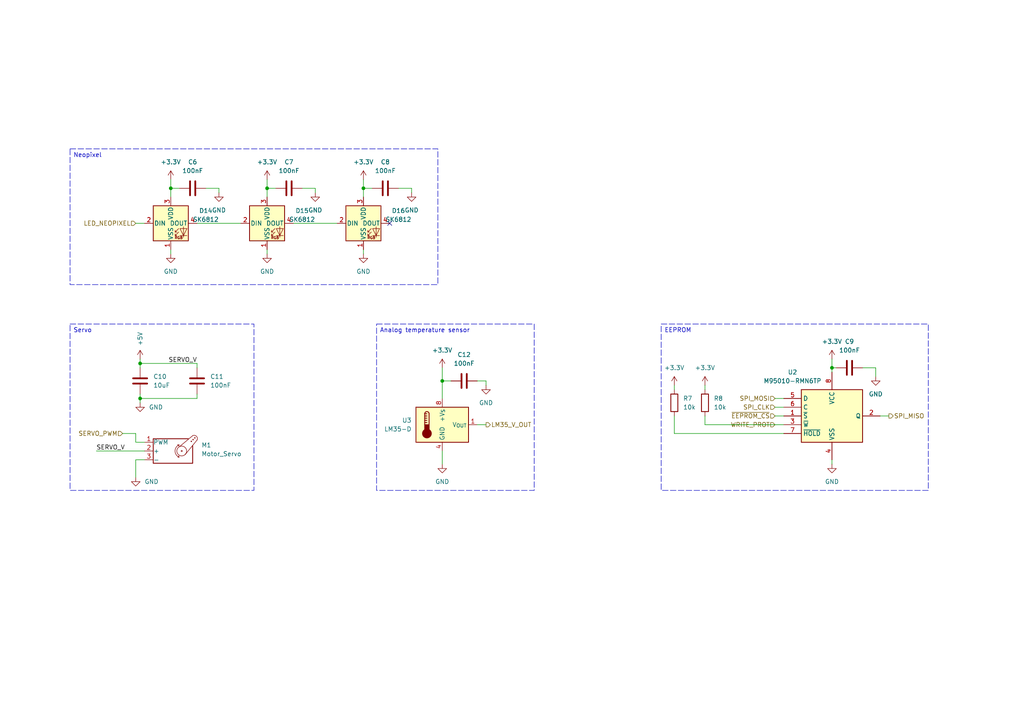
<source format=kicad_sch>
(kicad_sch (version 20231120) (generator "eeschema") (generator_version "8.0")
  (paper "A4")
  (title_block (title "Sensors & actuators") (date "2024-05-05") (rev "V2.0") (company "HAN") (comment 1 "Authors: Thomas Ijseldijk, Hugo Arends & Emiel Visser"))
  (lib_symbols
    (symbol "Device:C" (pin_numbers hide) (pin_names (offset 0.254))
      (property "Reference" "C" (at 0.635 2.54 0))
      (property "Value" "C" (at 0.635 -2.54 0))
      (symbol "C_0_1"
        (polyline (pts (xy -2.032 -0.762) (xy 2.032 -0.762)) (stroke (width 0.508)))
        (polyline (pts (xy -2.032 0.762) (xy 2.032 0.762)) (stroke (width 0.508)))
      )
      (symbol "C_1_1"
        (pin passive line (at 0 3.81 270) (length 2.794) (name "~") (number "1"))
        (pin passive line (at 0 -3.81 90) (length 2.794) (name "~") (number "2"))
      )
    )
    (symbol "Device:R" (pin_numbers hide) (pin_names (offset 0))
      (property "Reference" "R" (at 2.032 0 90))
      (property "Value" "R" (at 0 0 90))
      (symbol "R_0_1"
        (rectangle (start -1.016 -2.54) (end 1.016 2.54) (stroke (width 0.254)))
      )
      (symbol "R_1_1"
        (pin passive line (at 0 3.81 270) (length 1.27) (name "~") (number "1"))
        (pin passive line (at 0 -3.81 90) (length 1.27) (name "~") (number "2"))
      )
    )
    (symbol "LED:SK6812" (pin_names (offset 0.254))
      (property "Reference" "D" (at 5.08 5.715 0))
      (property "Value" "SK6812" (at 1.27 -5.715 0))
      (symbol "SK6812_0_0"
        (text "RGB" (at 2.286 -4.191 0) (effects (font (size 0.762 0.762))))
      )
      (symbol "SK6812_0_1"
        (polyline (pts (xy 1.27 -3.556) (xy 1.778 -3.556)))
        (polyline (pts (xy 1.27 -2.54) (xy 1.778 -2.54)))
        (polyline (pts (xy 4.699 -3.556) (xy 2.667 -3.556)))
        (polyline (pts (xy 2.286 -2.54) (xy 1.27 -3.556) (xy 1.27 -3.048)))
        (polyline (pts (xy 2.286 -1.524) (xy 1.27 -2.54) (xy 1.27 -2.032)))
        (polyline (pts (xy 3.683 -1.016) (xy 3.683 -3.556) (xy 3.683 -4.064)))
        (polyline (pts (xy 4.699 -1.524) (xy 2.667 -1.524) (xy 3.683 -3.556) (xy 4.699 -1.524)))
        (rectangle (start 5.08 5.08) (end -5.08 -5.08) (stroke (width 0.254)) (fill (type background)))
      )
      (symbol "SK6812_1_1"
        (pin power_in line (at 0 -7.62 90) (length 2.54) (name "VSS") (number "1"))
        (pin input line (at -7.62 0 0) (length 2.54) (name "DIN") (number "2"))
        (pin power_in line (at 0 7.62 270) (length 2.54) (name "VDD") (number "3"))
        (pin output line (at 7.62 0 180) (length 2.54) (name "DOUT") (number "4"))
      )
    )
    (symbol "Motor:Motor_Servo" (pin_names (offset 0.0254))
      (property "Reference" "M" (at -5.08 4.445 0))
      (property "Value" "Motor_Servo" (at -5.08 -4.064 0))
      (symbol "Motor_Servo_0_1"
        (polyline (pts (xy 2.413 -1.778) (xy 2.032 -1.778)))
        (polyline (pts (xy 2.413 -1.778) (xy 2.286 -1.397)))
        (polyline (pts (xy 2.413 1.778) (xy 1.905 1.778)))
        (polyline (pts (xy 2.413 1.778) (xy 2.286 1.397)))
        (polyline (pts (xy 6.35 4.445) (xy 2.54 1.27)))
        (polyline (pts (xy 7.62 3.175) (xy 4.191 -1.016)))
        (polyline (pts (xy 5.08 3.556) (xy -5.08 3.556) (xy -5.08 -3.556) (xy 6.35 -3.556) (xy 6.35 1.524)) (stroke (width 0.254)))
        (arc (start 2.413 1.778) (mid 1.2406 0) (end 2.413 -1.778))
        (circle (center 3.175 0) (radius 0.1778))
        (circle (center 3.175 0) (radius 1.4224))
        (circle (center 5.969 2.794) (radius 0.127))
        (circle (center 6.477 3.302) (radius 0.127))
        (circle (center 6.985 3.81) (radius 0.127))
        (arc (start 7.62 3.175) (mid 7.4485 4.2735) (end 6.35 4.445))
      )
      (symbol "Motor_Servo_1_1"
        (pin passive line (at -7.62 2.54 0) (length 2.54) (name "PWM") (number "1"))
        (pin passive line (at -7.62 0 0) (length 2.54) (name "+") (number "2"))
        (pin passive line (at -7.62 -2.54 0) (length 2.54) (name "-") (number "3"))
      )
    )
    (symbol "SamacSys:M95010-RMN6TP"
      (property "Reference" "U" (at 24.13 9.398 0))
      (property "Value" "M95010-RMN6TP" (at 24.13 7.112 0))
      (symbol "M95010-RMN6TP_1_1"
        (rectangle (start 5.08 5.08) (end 22.86 -10.16) (stroke (width 0.254)) (fill (type background)))
        (pin passive line (at 0 -2.54 0) (length 5.08) (name "~{S}") (number "1"))
        (pin passive line (at 27.94 -2.54 180) (length 5.08) (name "Q") (number "2"))
        (pin passive line (at 0 -5.08 0) (length 5.08) (name "~{W}") (number "3"))
        (pin passive line (at 13.97 -15.24 90) (length 5.08) (name "VSS") (number "4"))
        (pin passive line (at 0 2.54 0) (length 5.08) (name "D") (number "5"))
        (pin passive line (at 0 0 0) (length 5.08) (name "C") (number "6"))
        (pin passive line (at 0 -7.62 0) (length 5.08) (name "~{HOLD}") (number "7"))
        (pin passive line (at 13.97 10.16 270) (length 5.08) (name "VCC") (number "8"))
      )
    )
    (symbol "Sensor_Temperature:LM35-D"
      (property "Reference" "U" (at -6.35 6.35 0))
      (property "Value" "LM35-D" (at 1.27 6.35 0))
      (symbol "LM35-D_0_1"
        (rectangle (start -7.62 5.08) (end 7.62 -5.08) (stroke (width 0.254)) (fill (type background)))
        (circle (center -4.445 -2.54) (radius 1.27) (stroke (width 0.254)) (fill (type outline)))
        (rectangle (start -3.81 -1.905) (end -5.08 0) (stroke (width 0.254)) (fill (type outline)))
        (arc (start -3.81 3.175) (mid -4.445 3.8073) (end -5.08 3.175) (stroke (width 0.254)))
        (polyline (pts (xy -5.08 0.635) (xy -4.445 0.635)) (stroke (width 0.254)))
        (polyline (pts (xy -5.08 1.27) (xy -4.445 1.27)) (stroke (width 0.254)))
        (polyline (pts (xy -5.08 1.905) (xy -4.445 1.905)) (stroke (width 0.254)))
        (polyline (pts (xy -5.08 2.54) (xy -4.445 2.54)) (stroke (width 0.254)))
        (polyline (pts (xy -5.08 3.175) (xy -5.08 0)) (stroke (width 0.254)))
        (polyline (pts (xy -5.08 3.175) (xy -4.445 3.175)) (stroke (width 0.254)))
        (polyline (pts (xy -3.81 3.175) (xy -3.81 0)) (stroke (width 0.254)))
      )
      (symbol "LM35-D_1_1"
        (pin output line (at 10.16 0 180) (length 2.54) (name "V_{OUT}") (number "1"))
        (pin no_connect line (at -2.54 -5.08 90) (length 2.54) hide (name "NC") (number "2"))
        (pin no_connect line (at -2.54 5.08 270) (length 2.54) hide (name "NC") (number "3"))
        (pin power_in line (at 0 -7.62 90) (length 2.54) (name "GND") (number "4"))
        (pin no_connect line (at 2.54 -5.08 90) (length 2.54) hide (name "NC") (number "5"))
        (pin no_connect line (at 5.08 -5.08 90) (length 2.54) hide (name "NC") (number "6"))
        (pin no_connect line (at 7.62 2.54 180) (length 2.54) hide (name "NC") (number "7"))
        (pin power_in line (at 0 7.62 270) (length 2.54) (name "+V_{S}") (number "8"))
      )
    )
    (symbol "power:+3.3V" (power) (pin_names (offset 0))
      (property "Value" "+3.3V" (at 0 3.556 0))
      (symbol "+3.3V_0_1"
        (polyline (pts (xy -0.762 1.27) (xy 0 2.54)))
        (polyline (pts (xy 0 0) (xy 0 2.54)))
        (polyline (pts (xy 0 2.54) (xy 0.762 1.27)))
      )
      (symbol "+3.3V_1_1"
        (pin power_in line (at 0 0 90) (length 0) hide (name "+3.3V") (number "1"))
      )
    )
    (symbol "power:+5V" (power) (pin_names (offset 0))
      (property "Value" "+5V" (at 0 3.556 0))
      (symbol "+5V_0_1"
        (polyline (pts (xy -0.762 1.27) (xy 0 2.54)))
        (polyline (pts (xy 0 0) (xy 0 2.54)))
        (polyline (pts (xy 0 2.54) (xy 0.762 1.27)))
      )
      (symbol "+5V_1_1"
        (pin power_in line (at 0 0 90) (length 0) hide (name "+5V") (number "1"))
      )
    )
    (symbol "power:GND" (power) (pin_names (offset 0))
      (property "Value" "GND" (at 0 -3.81 0))
      (symbol "GND_0_1"
        (polyline (pts (xy 0 0) (xy 0 -1.27) (xy 1.27 -1.27) (xy 0 -2.54) (xy -1.27 -1.27) (xy 0 -1.27)))
      )
      (symbol "GND_1_1"
        (pin power_in line (at 0 0 270) (length 0) hide (name "GND") (number "1"))
      )
    )
  )
  (junction (at 105.41 54.61))
  (junction (at 128.27 110.49))
  (junction (at 49.53 54.61))
  (junction (at 40.64 115.57))
  (junction (at 40.64 105.41))
  (junction (at 241.3 106.68))
  (junction (at 77.47 54.61))
  (no_connect (at 113.03 64.77))
  (wire (pts (xy 107.95 54.61) (xy 105.41 54.61)))
  (wire (pts (xy 27.94 130.81) (xy 41.91 130.81)))
  (wire (pts (xy 224.79 118.11) (xy 227.33 118.11)))
  (wire (pts (xy 91.44 55.88) (xy 91.44 54.61)))
  (wire (pts (xy 204.47 123.19) (xy 204.47 120.65)))
  (wire (pts (xy 52.07 54.61) (xy 49.53 54.61)))
  (wire (pts (xy 57.15 105.41) (xy 40.64 105.41)))
  (wire (pts (xy 80.01 54.61) (xy 77.47 54.61)))
  (wire (pts (xy 40.64 115.57) (xy 57.15 115.57)))
  (wire (pts (xy 195.58 125.73) (xy 195.58 120.65)))
  (wire (pts (xy 85.09 64.77) (xy 97.79 64.77)))
  (wire (pts (xy 35.56 125.73) (xy 39.37 125.73)))
  (wire (pts (xy 40.64 115.57) (xy 40.64 116.84)))
  (wire (pts (xy 105.41 54.61) (xy 105.41 57.15)))
  (wire (pts (xy 40.64 114.3) (xy 40.64 115.57)))
  (wire (pts (xy 57.15 64.77) (xy 69.85 64.77)))
  (wire (pts (xy 241.3 106.68) (xy 241.3 107.95)))
  (wire (pts (xy 128.27 130.81) (xy 128.27 134.62)))
  (wire (pts (xy 255.27 120.65) (xy 257.81 120.65)))
  (wire (pts (xy 105.41 52.07) (xy 105.41 54.61)))
  (wire (pts (xy 49.53 72.39) (xy 49.53 73.66)))
  (wire (pts (xy 241.3 133.35) (xy 241.3 134.62)))
  (wire (pts (xy 105.41 72.39) (xy 105.41 73.66)))
  (wire (pts (xy 49.53 52.07) (xy 49.53 54.61)))
  (wire (pts (xy 39.37 128.27) (xy 41.91 128.27)))
  (wire (pts (xy 119.38 54.61) (xy 115.57 54.61)))
  (wire (pts (xy 40.64 104.14) (xy 40.64 105.41)))
  (wire (pts (xy 39.37 128.27) (xy 39.37 125.73)))
  (wire (pts (xy 130.81 110.49) (xy 128.27 110.49)))
  (wire (pts (xy 140.97 110.49) (xy 138.43 110.49)))
  (wire (pts (xy 57.15 106.68) (xy 57.15 105.41)))
  (wire (pts (xy 119.38 55.88) (xy 119.38 54.61)))
  (wire (pts (xy 40.64 105.41) (xy 40.64 106.68)))
  (wire (pts (xy 195.58 111.76) (xy 195.58 113.03)))
  (wire (pts (xy 128.27 106.68) (xy 128.27 110.49)))
  (wire (pts (xy 224.79 115.57) (xy 227.33 115.57)))
  (wire (pts (xy 195.58 125.73) (xy 227.33 125.73)))
  (wire (pts (xy 204.47 111.76) (xy 204.47 113.03)))
  (wire (pts (xy 77.47 54.61) (xy 77.47 57.15)))
  (wire (pts (xy 57.15 114.3) (xy 57.15 115.57)))
  (wire (pts (xy 140.97 111.76) (xy 140.97 110.49)))
  (wire (pts (xy 204.47 123.19) (xy 227.33 123.19)))
  (wire (pts (xy 63.5 55.88) (xy 63.5 54.61)))
  (wire (pts (xy 224.79 120.65) (xy 227.33 120.65)))
  (wire (pts (xy 39.37 64.77) (xy 41.91 64.77)))
  (wire (pts (xy 39.37 138.43) (xy 39.37 133.35)))
  (wire (pts (xy 77.47 72.39) (xy 77.47 73.66)))
  (wire (pts (xy 254 106.68) (xy 250.19 106.68)))
  (wire (pts (xy 39.37 133.35) (xy 41.91 133.35)))
  (wire (pts (xy 138.43 123.19) (xy 140.97 123.19)))
  (wire (pts (xy 91.44 54.61) (xy 87.63 54.61)))
  (wire (pts (xy 241.3 104.14) (xy 241.3 106.68)))
  (wire (pts (xy 128.27 110.49) (xy 128.27 115.57)))
  (wire (pts (xy 254 109.22) (xy 254 106.68)))
  (wire (pts (xy 242.57 106.68) (xy 241.3 106.68)))
  (wire (pts (xy 63.5 54.61) (xy 59.69 54.61)))
  (wire (pts (xy 49.53 54.61) (xy 49.53 57.15)))
  (wire (pts (xy 77.47 52.07) (xy 77.47 54.61)))
  (text_box "Servo" (at 20.32 93.98 0) (size 53.34 48.26) (stroke (width 0) (type dash)) (effects (font (size 1.27 1.27)) (justify left top)))
  (text_box "Neopixel" (at 20.32 43.18 0) (size 106.68 39.37) (stroke (width 0) (type dash)) (effects (font (size 1.27 1.27)) (justify left top)))
  (text_box "Analog temperature sensor" (at 109.22 93.98 0) (size 45.72 48.26) (stroke (width 0) (type dash)) (effects (font (size 1.27 1.27)) (justify left top)))
  (text_box "EEPROM" (at 191.77 93.98 0) (size 77.47 48.26) (stroke (width 0) (type dash)) (effects (font (size 1.27 1.27)) (justify left top)))
  (label "SERVO_V" (at 57.15 105.41 180))
  (label "SERVO_V" (at 27.94 130.81 0))
  (hierarchical_label "SPI_MISO" (shape output) (at 257.81 120.65 0))
  (hierarchical_label "LED_NEOPIXEL" (shape input) (at 39.37 64.77 180))
  (hierarchical_label "LM35_V_OUT" (shape output) (at 140.97 123.19 0))
  (hierarchical_label "WRITE_PROT" (shape input) (at 224.79 123.19 180))
  (hierarchical_label "SPI_MOSI" (shape input) (at 224.79 115.57 180))
  (hierarchical_label "~{EEPROM_CS}" (shape input) (at 224.79 120.65 180))
  (hierarchical_label "SPI_CLK" (shape input) (at 224.79 118.11 180))
  (hierarchical_label "SERVO_PWM" (shape input) (at 35.56 125.73 180))
  (symbol (lib_id "Device:C") (at 134.62 110.49 90) (unit 1)
    (property "Reference" "C12" (at 134.62 102.87 90))
    (property "Value" "100nF" (at 134.62 105.41 90))
    (property "Footprint" "Capacitor_SMD:C_0805_2012Metric_Pad1.18x1.45mm_HandSolder" (effects (hide yes)))
    (property "GPN" "GPC0603104" (effects (hide yes)))
  )
  (symbol (lib_id "power:+3.3V") (at 128.27 106.68 0) (unit 1)
    (property "Reference" "#PWR044" (effects (hide yes)))
    (property "Value" "+3.3V" (at 128.27 101.6 0))
  )
  (symbol (lib_id "LED:SK6812") (at 105.41 64.77 0) (unit 1)
    (property "Reference" "D16" (at 115.57 61.1221 0))
    (property "Value" "SK6812" (at 115.57 63.6621 0))
    (property "Footprint" "LED_SMD:LED_SK6812_PLCC4_5.0x5.0mm_P3.2mm" (effects (hide yes)))
    (property "Datasheet" "https://cdn-shop.adafruit.com/product-files/1138/SK6812+LED+datasheet+.pdf" (effects (hide yes)))
  )
  (symbol (lib_id "Device:C") (at 40.64 110.49 180) (unit 1)
    (property "Reference" "C10" (at 44.45 109.22 0) (effects (justify right)))
    (property "Value" "10uF" (at 44.45 111.76 0) (effects (justify right)))
    (property "Footprint" "Capacitor_SMD:C_0805_2012Metric_Pad1.18x1.45mm_HandSolder" (effects (hide yes)))
    (property "GPN" "GPC0603106" (effects (hide yes)))
  )
  (symbol (lib_id "power:GND") (at 105.41 73.66 0) (unit 1)
    (property "Reference" "#PWR041" (effects (hide yes)))
    (property "Value" "GND" (at 105.41 78.74 0))
  )
  (symbol (lib_id "power:+3.3V") (at 105.41 52.07 0) (unit 1)
    (property "Reference" "#PWR035" (effects (hide yes)))
    (property "Value" "+3.3V" (at 105.41 46.99 0))
  )
  (symbol (lib_id "Device:R") (at 195.58 116.84 0) (mirror y) (unit 1)
    (property "Reference" "R7" (at 198.12 115.57 0) (effects (justify right)))
    (property "Value" "10k" (at 198.12 118.11 0) (effects (justify right)))
    (property "Footprint" "Resistor_SMD:R_0805_2012Metric_Pad1.20x1.40mm_HandSolder" (effects (hide yes)))
    (property "GPN" "GPR060310K" (effects (hide yes)))
  )
  (symbol (lib_id "power:+3.3V") (at 204.47 111.76 0) (unit 1)
    (property "Reference" "#PWR047" (effects (hide yes)))
    (property "Value" "+3.3V" (at 204.47 106.68 0))
  )
  (symbol (lib_id "Device:C") (at 246.38 106.68 90) (unit 1)
    (property "Reference" "C9" (at 246.38 99.06 90))
    (property "Value" "100nF" (at 246.38 101.6 90))
    (property "Footprint" "Capacitor_SMD:C_0805_2012Metric_Pad1.18x1.45mm_HandSolder" (effects (hide yes)))
    (property "GPN" "GPC0603104" (effects (hide yes)))
  )
  (symbol (lib_id "power:+3.3V") (at 77.47 52.07 0) (unit 1)
    (property "Reference" "#PWR034" (effects (hide yes)))
    (property "Value" "+3.3V" (at 77.47 46.99 0))
  )
  (symbol (lib_id "power:+3.3V") (at 241.3 104.14 0) (unit 1)
    (property "Reference" "#PWR043" (effects (hide yes)))
    (property "Value" "+3.3V" (at 241.3 99.06 0))
  )
  (symbol (lib_id "power:GND") (at 63.5 55.88 0) (unit 1)
    (property "Reference" "#PWR036" (effects (hide yes)))
    (property "Value" "GND" (at 63.5 60.96 0))
  )
  (symbol (lib_id "LED:SK6812") (at 49.53 64.77 0) (unit 1)
    (property "Reference" "D14" (at 59.69 61.1221 0))
    (property "Value" "SK6812" (at 59.69 63.6621 0))
    (property "Footprint" "LED_SMD:LED_SK6812_PLCC4_5.0x5.0mm_P3.2mm" (effects (hide yes)))
    (property "Datasheet" "https://cdn-shop.adafruit.com/product-files/1138/SK6812+LED+datasheet+.pdf" (effects (hide yes)))
  )
  (symbol (lib_id "SamacSys:M95010-RMN6TP") (at 227.33 118.11 0) (unit 1)
    (property "Reference" "U2" (at 229.87 107.95 0))
    (property "Value" "M95010-RMN6TP" (at 229.87 110.49 0))
    (property "Footprint" "SamacSys:SOIC127P600X175-8N" (effects (hide yes)))
    (property "Datasheet" "https://www.arrow.com/en/products/m95010-rmn6tp/stmicroelectronics" (effects (hide yes)))
    (property "Description" "EEPROM Serial SPI Bus EEPROM" (effects (hide yes)))
    (property "Height" "1.75" (effects (hide yes)))
    (property "Manufacturer_Name" "STMicroelectronics" (effects (hide yes)))
    (property "Manufacturer_Part_Number" "M95010-RMN6TP" (effects (hide yes)))
    (property "Mouser Part Number" "511-M95010-RMN6TP" (effects (hide yes)))
    (property "Mouser Price/Stock" "https://www.mouser.co.uk/ProductDetail/STMicroelectronics/M95010-RMN6TP?qs=6hSH1YZbOIgK0xa%252BHaDUCw%3D%3D" (effects (hide yes)))
    (property "Arrow Part Number" "M95010-RMN6TP" (effects (hide yes)))
    (property "Arrow Price/Stock" "https://www.arrow.com/en/products/m95010-rmn6tp/stmicroelectronics?region=nac" (effects (hide yes)))
  )
  (symbol (lib_id "power:GND") (at 49.53 73.66 0) (unit 1)
    (property "Reference" "#PWR039" (effects (hide yes)))
    (property "Value" "GND" (at 49.53 78.74 0))
  )
  (symbol (lib_id "Device:C") (at 111.76 54.61 90) (unit 1)
    (property "Reference" "C8" (at 111.76 46.99 90))
    (property "Value" "100nF" (at 111.76 49.53 90))
    (property "Footprint" "Capacitor_SMD:C_0805_2012Metric_Pad1.18x1.45mm_HandSolder" (effects (hide yes)))
    (property "GPN" "GPC0603104" (effects (hide yes)))
  )
  (symbol (lib_id "power:GND") (at 140.97 111.76 0) (unit 1)
    (property "Reference" "#PWR048" (effects (hide yes)))
    (property "Value" "GND" (at 140.97 116.84 0))
  )
  (symbol (lib_id "Device:C") (at 83.82 54.61 90) (unit 1)
    (property "Reference" "C7" (at 83.82 46.99 90))
    (property "Value" "100nF" (at 83.82 49.53 90))
    (property "Footprint" "Capacitor_SMD:C_0805_2012Metric_Pad1.18x1.45mm_HandSolder" (effects (hide yes)))
    (property "GPN" "GPC0603104" (effects (hide yes)))
  )
  (symbol (lib_id "Device:C") (at 57.15 110.49 180) (unit 1)
    (property "Reference" "C11" (at 60.96 109.22 0) (effects (justify right)))
    (property "Value" "100nF" (at 60.96 111.76 0) (effects (justify right)))
    (property "Footprint" "Capacitor_SMD:C_0805_2012Metric_Pad1.18x1.45mm_HandSolder" (effects (hide yes)))
    (property "GPN" "GPC0603104" (effects (hide yes)))
  )
  (symbol (lib_id "Sensor_Temperature:LM35-D") (at 128.27 123.19 0) (unit 1)
    (property "Reference" "U3" (at 119.38 121.9199 0) (effects (justify right)))
    (property "Value" "LM35-D" (at 119.38 124.4599 0) (effects (justify right)))
    (property "Footprint" "Package_SO:SOIC-8_3.9x4.9mm_P1.27mm" (effects (hide yes)))
    (property "Datasheet" "http://www.ti.com/lit/ds/symlink/lm35.pdf" (effects (hide yes)))
    (property "Description" "Precision centigrade temperature sensor, SOIC-8" (effects (hide yes)))
  )
  (symbol (lib_id "power:+3.3V") (at 49.53 52.07 0) (unit 1)
    (property "Reference" "#PWR033" (effects (hide yes)))
    (property "Value" "+3.3V" (at 49.53 46.99 0))
  )
  (symbol (lib_id "Device:R") (at 204.47 116.84 0) (mirror y) (unit 1)
    (property "Reference" "R8" (at 207.01 115.57 0) (effects (justify right)))
    (property "Value" "10k" (at 207.01 118.11 0) (effects (justify right)))
    (property "Footprint" "Resistor_SMD:R_0805_2012Metric_Pad1.20x1.40mm_HandSolder" (effects (hide yes)))
    (property "GPN" "GPR060310K" (effects (hide yes)))
  )
  (symbol (lib_id "power:GND") (at 39.37 138.43 0) (unit 1)
    (property "Reference" "#PWR052" (effects (hide yes)))
    (property "Value" "GND" (at 41.91 139.7 0) (effects (justify left)))
  )
  (symbol (lib_id "power:GND") (at 254 109.22 0) (unit 1)
    (property "Reference" "#PWR045" (effects (hide yes)))
    (property "Value" "GND" (at 254 114.3 0))
  )
  (symbol (lib_id "LED:SK6812") (at 77.47 64.77 0) (unit 1)
    (property "Reference" "D15" (at 87.63 61.1221 0))
    (property "Value" "SK6812" (at 87.63 63.6621 0))
    (property "Footprint" "LED_SMD:LED_SK6812_PLCC4_5.0x5.0mm_P3.2mm" (effects (hide yes)))
    (property "Datasheet" "https://cdn-shop.adafruit.com/product-files/1138/SK6812+LED+datasheet+.pdf" (effects (hide yes)))
  )
  (symbol (lib_id "power:GND") (at 40.64 116.84 0) (unit 1)
    (property "Reference" "#PWR049" (effects (hide yes)))
    (property "Value" "GND" (at 43.18 118.11 0) (effects (justify left)))
  )
  (symbol (lib_id "power:GND") (at 128.27 134.62 0) (unit 1)
    (property "Reference" "#PWR050" (effects (hide yes)))
    (property "Value" "GND" (at 128.27 139.7 0))
  )
  (symbol (lib_id "power:+5V") (at 40.64 104.14 0) (unit 1)
    (property "Reference" "#PWR042" (effects (hide yes)))
    (property "Value" "+5V" (at 40.64 100.33 90) (effects (justify left)))
  )
  (symbol (lib_id "Motor:Motor_Servo") (at 49.53 130.81 0) (unit 1)
    (property "Reference" "M1" (at 58.42 129.1066 0) (effects (justify left)))
    (property "Value" "Motor_Servo" (at 58.42 131.6466 0) (effects (justify left)))
    (property "Footprint" "Connector_PinHeader_2.54mm:PinHeader_1x03_P2.54mm_Vertical" (effects (hide yes)))
    (property "Datasheet" "http://forums.parallax.com/uploads/attachments/46831/74481.png" (effects (hide yes)))
    (property "GPN" "GPHA-1X03" (effects (hide yes)))
  )
  (symbol (lib_id "power:GND") (at 91.44 55.88 0) (unit 1)
    (property "Reference" "#PWR037" (effects (hide yes)))
    (property "Value" "GND" (at 91.44 60.96 0))
  )
  (symbol (lib_id "power:+3.3V") (at 195.58 111.76 0) (unit 1)
    (property "Reference" "#PWR046" (effects (hide yes)))
    (property "Value" "+3.3V" (at 195.58 106.68 0))
  )
  (symbol (lib_id "power:GND") (at 241.3 134.62 0) (unit 1)
    (property "Reference" "#PWR051" (effects (hide yes)))
    (property "Value" "GND" (at 241.3 139.7 0))
  )
  (symbol (lib_id "power:GND") (at 119.38 55.88 0) (unit 1)
    (property "Reference" "#PWR038" (effects (hide yes)))
    (property "Value" "GND" (at 119.38 60.96 0))
  )
  (symbol (lib_id "Device:C") (at 55.88 54.61 90) (unit 1)
    (property "Reference" "C6" (at 55.88 46.99 90))
    (property "Value" "100nF" (at 55.88 49.53 90))
    (property "Footprint" "Capacitor_SMD:C_0805_2012Metric_Pad1.18x1.45mm_HandSolder" (effects (hide yes)))
    (property "GPN" "GPC0603104" (effects (hide yes)))
  )
  (symbol (lib_id "power:GND") (at 77.47 73.66 0) (unit 1)
    (property "Reference" "#PWR040" (effects (hide yes)))
    (property "Value" "GND" (at 77.47 78.74 0))
  )
)
</source>
